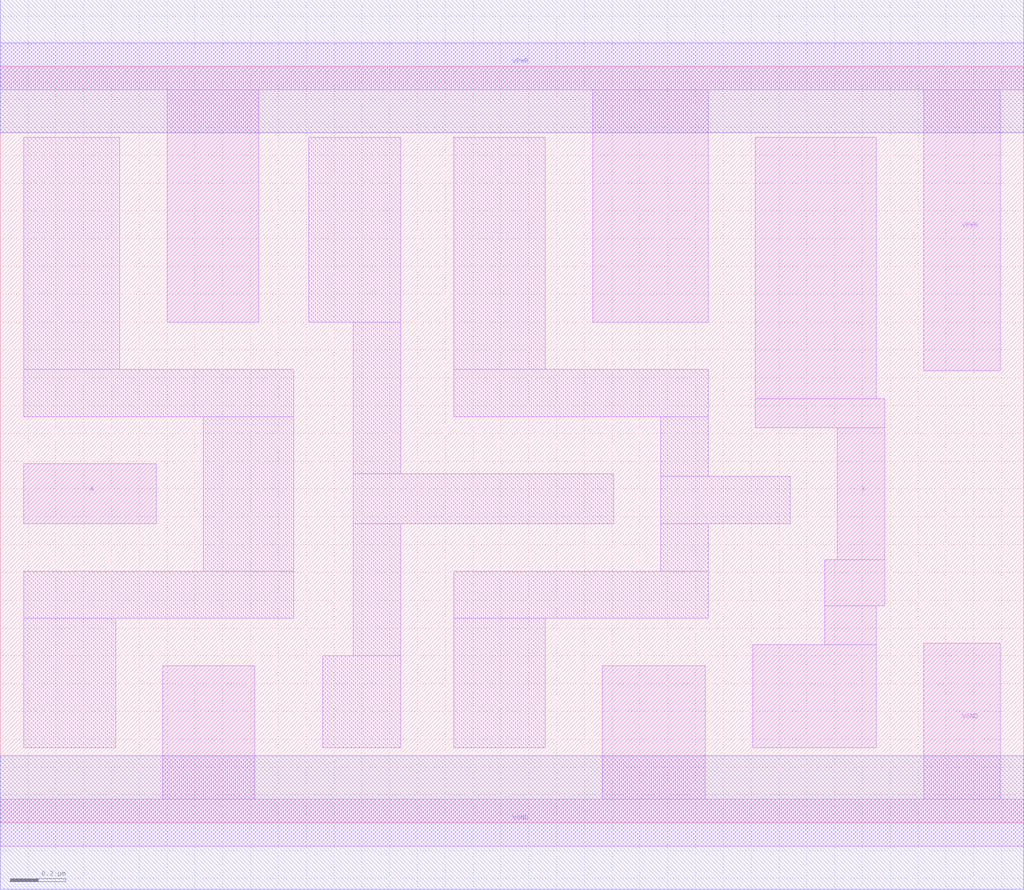
<source format=lef>
# Copyright 2020 The SkyWater PDK Authors
#
# Licensed under the Apache License, Version 2.0 (the "License");
# you may not use this file except in compliance with the License.
# You may obtain a copy of the License at
#
#     https://www.apache.org/licenses/LICENSE-2.0
#
# Unless required by applicable law or agreed to in writing, software
# distributed under the License is distributed on an "AS IS" BASIS,
# WITHOUT WARRANTIES OR CONDITIONS OF ANY KIND, either express or implied.
# See the License for the specific language governing permissions and
# limitations under the License.
#
# SPDX-License-Identifier: Apache-2.0

VERSION 5.5 ;
NAMESCASESENSITIVE ON ;
BUSBITCHARS "[]" ;
DIVIDERCHAR "/" ;
MACRO sky130_fd_sc_hd__clkdlybuf4s18_2
  CLASS CORE ;
  SOURCE USER ;
  ORIGIN  0.000000  0.000000 ;
  SIZE  3.680000 BY  2.720000 ;
  SYMMETRY X Y R90 ;
  SITE unithd ;
  PIN A
    ANTENNAGATEAREA  0.213000 ;
    DIRECTION INPUT ;
    USE SIGNAL ;
    PORT
      LAYER li1 ;
        RECT 0.085000 1.075000 0.560000 1.290000 ;
    END
  END A
  PIN X
    ANTENNADIFFAREA  0.397600 ;
    DIRECTION OUTPUT ;
    USE SIGNAL ;
    PORT
      LAYER li1 ;
        RECT 2.705000 0.270000 3.150000 0.640000 ;
        RECT 2.715000 1.420000 3.180000 1.525000 ;
        RECT 2.715000 1.525000 3.150000 2.465000 ;
        RECT 2.965000 0.640000 3.150000 0.780000 ;
        RECT 2.965000 0.780000 3.180000 0.945000 ;
        RECT 3.010000 0.945000 3.180000 1.420000 ;
    END
  END X
  PIN VGND
    DIRECTION INOUT ;
    SHAPE ABUTMENT ;
    USE GROUND ;
    PORT
      LAYER li1 ;
        RECT 0.000000 -0.085000 3.680000 0.085000 ;
        RECT 0.585000  0.085000 0.915000 0.565000 ;
        RECT 2.165000  0.085000 2.535000 0.565000 ;
        RECT 3.320000  0.085000 3.595000 0.645000 ;
    END
    PORT
      LAYER met1 ;
        RECT 0.000000 -0.240000 3.680000 0.240000 ;
    END
  END VGND
  PIN VPWR
    DIRECTION INOUT ;
    SHAPE ABUTMENT ;
    USE POWER ;
    PORT
      LAYER li1 ;
        RECT 0.000000 2.635000 3.680000 2.805000 ;
        RECT 0.600000 1.800000 0.930000 2.635000 ;
        RECT 2.130000 1.800000 2.545000 2.635000 ;
        RECT 3.320000 1.625000 3.595000 2.635000 ;
    END
    PORT
      LAYER met1 ;
        RECT 0.000000 2.480000 3.680000 2.960000 ;
    END
  END VPWR
  OBS
    LAYER li1 ;
      RECT 0.085000 0.270000 0.415000 0.735000 ;
      RECT 0.085000 0.735000 1.055000 0.905000 ;
      RECT 0.085000 1.460000 1.055000 1.630000 ;
      RECT 0.085000 1.630000 0.430000 2.465000 ;
      RECT 0.730000 0.905000 1.055000 1.460000 ;
      RECT 1.110000 1.800000 1.440000 2.465000 ;
      RECT 1.160000 0.270000 1.440000 0.600000 ;
      RECT 1.270000 0.600000 1.440000 1.075000 ;
      RECT 1.270000 1.075000 2.205000 1.255000 ;
      RECT 1.270000 1.255000 1.440000 1.800000 ;
      RECT 1.630000 0.270000 1.960000 0.735000 ;
      RECT 1.630000 0.735000 2.545000 0.905000 ;
      RECT 1.630000 1.460000 2.545000 1.630000 ;
      RECT 1.630000 1.630000 1.960000 2.465000 ;
      RECT 2.375000 0.905000 2.545000 1.075000 ;
      RECT 2.375000 1.075000 2.840000 1.245000 ;
      RECT 2.375000 1.245000 2.545000 1.460000 ;
  END
END sky130_fd_sc_hd__clkdlybuf4s18_2

</source>
